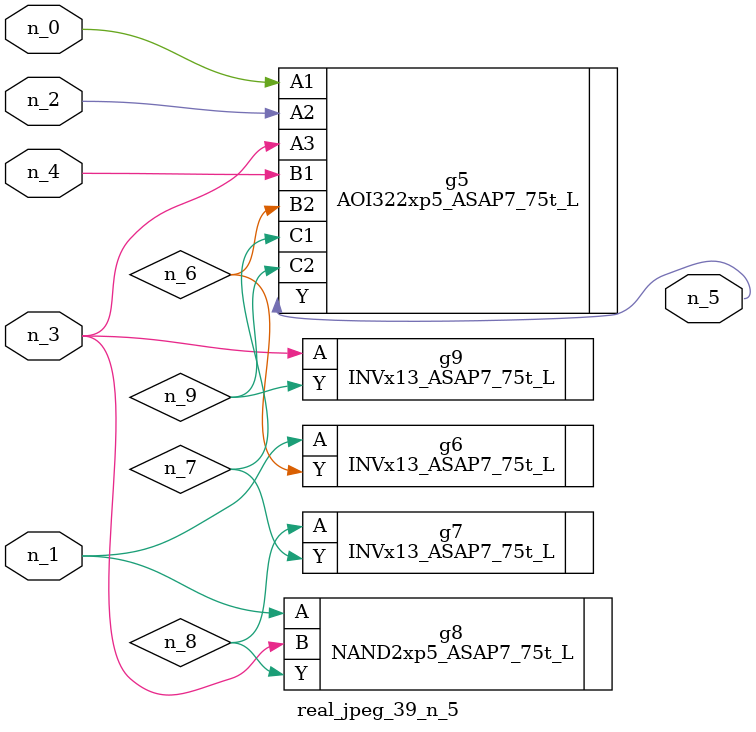
<source format=v>
module real_jpeg_39_n_5 (n_4, n_0, n_1, n_2, n_3, n_5);

input n_4;
input n_0;
input n_1;
input n_2;
input n_3;

output n_5;

wire n_8;
wire n_6;
wire n_7;
wire n_9;

AOI322xp5_ASAP7_75t_L g5 ( 
.A1(n_0),
.A2(n_2),
.A3(n_3),
.B1(n_4),
.B2(n_6),
.C1(n_7),
.C2(n_9),
.Y(n_5)
);

INVx13_ASAP7_75t_L g6 ( 
.A(n_1),
.Y(n_6)
);

NAND2xp5_ASAP7_75t_L g8 ( 
.A(n_1),
.B(n_3),
.Y(n_8)
);

INVx13_ASAP7_75t_L g9 ( 
.A(n_3),
.Y(n_9)
);

INVx13_ASAP7_75t_L g7 ( 
.A(n_8),
.Y(n_7)
);


endmodule
</source>
